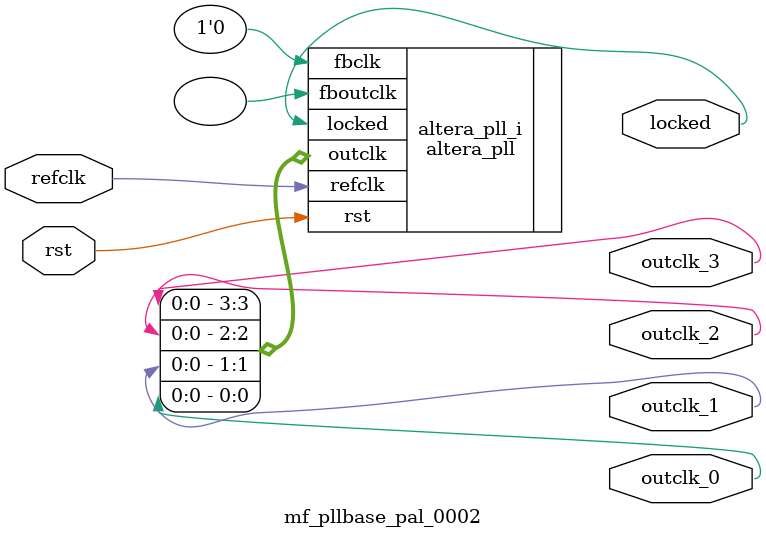
<source format=v>
`timescale 1ns/10ps
module  mf_pllbase_pal_0002(

	// interface 'refclk'
	input wire refclk,

	// interface 'reset'
	input wire rst,

	// interface 'outclk0'
	output wire outclk_0,

	// interface 'outclk1'
	output wire outclk_1,

	// interface 'outclk2'
	output wire outclk_2,

	// interface 'outclk3'
	output wire outclk_3,

	// interface 'locked'
	output wire locked
);

	altera_pll #(
		.fractional_vco_multiplier("true"),
		.reference_clock_frequency("74.25 MHz"),
		.operation_mode("direct"),
		.number_of_clocks(4),
		.output_clock_frequency0("85.125480 MHz"),
		.phase_shift0("0 ps"),
		.duty_cycle0(50),
		.output_clock_frequency1("21.281370 MHz"),
		.phase_shift1("0 ps"),
		.duty_cycle1(50),
		.output_clock_frequency2("10.640685 MHz"),
		.phase_shift2("0 ps"),
		.duty_cycle2(50),
		.output_clock_frequency3("10.640685 MHz"),
		.phase_shift3("23495 ps"),
		.duty_cycle3(50),
		.output_clock_frequency4("0 MHz"),
		.phase_shift4("0 ps"),
		.duty_cycle4(50),
		.output_clock_frequency5("0 MHz"),
		.phase_shift5("0 ps"),
		.duty_cycle5(50),
		.output_clock_frequency6("0 MHz"),
		.phase_shift6("0 ps"),
		.duty_cycle6(50),
		.output_clock_frequency7("0 MHz"),
		.phase_shift7("0 ps"),
		.duty_cycle7(50),
		.output_clock_frequency8("0 MHz"),
		.phase_shift8("0 ps"),
		.duty_cycle8(50),
		.output_clock_frequency9("0 MHz"),
		.phase_shift9("0 ps"),
		.duty_cycle9(50),
		.output_clock_frequency10("0 MHz"),
		.phase_shift10("0 ps"),
		.duty_cycle10(50),
		.output_clock_frequency11("0 MHz"),
		.phase_shift11("0 ps"),
		.duty_cycle11(50),
		.output_clock_frequency12("0 MHz"),
		.phase_shift12("0 ps"),
		.duty_cycle12(50),
		.output_clock_frequency13("0 MHz"),
		.phase_shift13("0 ps"),
		.duty_cycle13(50),
		.output_clock_frequency14("0 MHz"),
		.phase_shift14("0 ps"),
		.duty_cycle14(50),
		.output_clock_frequency15("0 MHz"),
		.phase_shift15("0 ps"),
		.duty_cycle15(50),
		.output_clock_frequency16("0 MHz"),
		.phase_shift16("0 ps"),
		.duty_cycle16(50),
		.output_clock_frequency17("0 MHz"),
		.phase_shift17("0 ps"),
		.duty_cycle17(50),
		.pll_type("General"),
		.pll_subtype("General")
	) altera_pll_i (
		.rst	(rst),
		.outclk	({outclk_3, outclk_2, outclk_1, outclk_0}),
		.locked	(locked),
		.fboutclk	( ),
		.fbclk	(1'b0),
		.refclk	(refclk)
	);
endmodule


</source>
